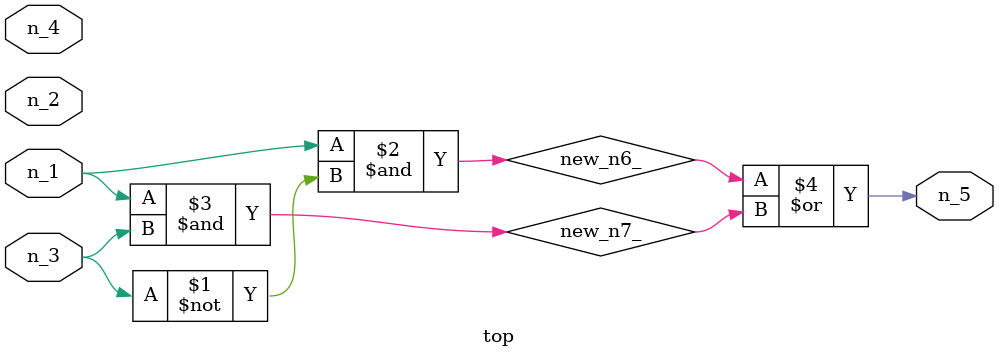
<source format=v>

module top ( 
    n_1, n_2, n_3, n_4,
    n_5  );
  input  n_1, n_2, n_3, n_4;
  output n_5;
  wire new_n6_, new_n7_;
  assign new_n6_ = n_1 & ~n_3;
  assign new_n7_ = n_1 & n_3;
  assign n_5 = new_n6_ | new_n7_;
endmodule



</source>
